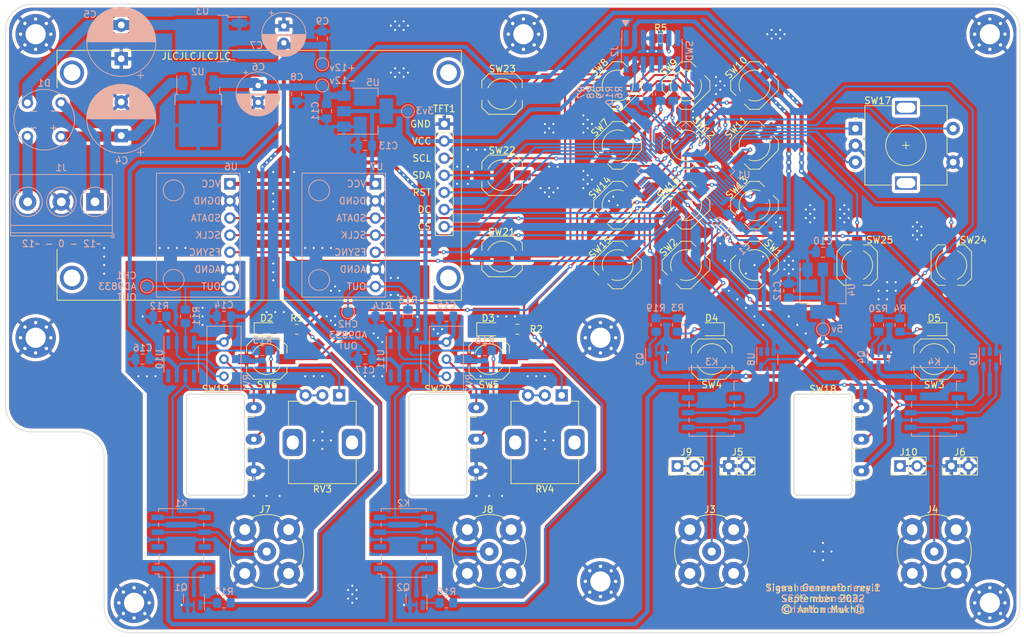
<source format=kicad_pcb>
(kicad_pcb (version 20211014) (generator pcbnew)

  (general
    (thickness 1.6)
  )

  (paper "A4")
  (layers
    (0 "F.Cu" signal)
    (31 "B.Cu" signal)
    (32 "B.Adhes" user "B.Adhesive")
    (33 "F.Adhes" user "F.Adhesive")
    (34 "B.Paste" user)
    (35 "F.Paste" user)
    (36 "B.SilkS" user "B.Silkscreen")
    (37 "F.SilkS" user "F.Silkscreen")
    (38 "B.Mask" user)
    (39 "F.Mask" user)
    (40 "Dwgs.User" user "User.Drawings")
    (41 "Cmts.User" user "User.Comments")
    (42 "Eco1.User" user "User.Eco1")
    (43 "Eco2.User" user "User.Eco2")
    (44 "Edge.Cuts" user)
    (45 "Margin" user)
    (46 "B.CrtYd" user "B.Courtyard")
    (47 "F.CrtYd" user "F.Courtyard")
    (48 "B.Fab" user)
    (49 "F.Fab" user)
    (50 "User.1" user)
    (51 "User.2" user)
    (52 "User.3" user)
    (53 "User.4" user)
    (54 "User.5" user)
    (55 "User.6" user)
    (56 "User.7" user)
    (57 "User.8" user)
    (58 "User.9" user)
  )

  (setup
    (stackup
      (layer "F.SilkS" (type "Top Silk Screen") (color "White"))
      (layer "F.Paste" (type "Top Solder Paste"))
      (layer "F.Mask" (type "Top Solder Mask") (color "Black") (thickness 0.01))
      (layer "F.Cu" (type "copper") (thickness 0.035))
      (layer "dielectric 1" (type "core") (thickness 1.51) (material "FR4") (epsilon_r 4.5) (loss_tangent 0.02))
      (layer "B.Cu" (type "copper") (thickness 0.035))
      (layer "B.Mask" (type "Bottom Solder Mask") (color "Black") (thickness 0.01))
      (layer "B.Paste" (type "Bottom Solder Paste"))
      (layer "B.SilkS" (type "Bottom Silk Screen") (color "White"))
      (copper_finish "HAL SnPb")
      (dielectric_constraints no)
    )
    (pad_to_mask_clearance 0)
    (pcbplotparams
      (layerselection 0x00010fc_ffffffff)
      (disableapertmacros false)
      (usegerberextensions true)
      (usegerberattributes false)
      (usegerberadvancedattributes false)
      (creategerberjobfile false)
      (svguseinch false)
      (svgprecision 6)
      (excludeedgelayer true)
      (plotframeref false)
      (viasonmask false)
      (mode 1)
      (useauxorigin false)
      (hpglpennumber 1)
      (hpglpenspeed 20)
      (hpglpendiameter 15.000000)
      (dxfpolygonmode true)
      (dxfimperialunits true)
      (dxfusepcbnewfont true)
      (psnegative false)
      (psa4output false)
      (plotreference true)
      (plotvalue false)
      (plotinvisibletext false)
      (sketchpadsonfab false)
      (subtractmaskfromsilk true)
      (outputformat 1)
      (mirror false)
      (drillshape 0)
      (scaleselection 1)
      (outputdirectory "gerbers/")
    )
  )

  (net 0 "")
  (net 1 "NRST")
  (net 2 "+3V3")
  (net 3 "Net-(C4-Pad1)")
  (net 4 "Net-(C5-Pad2)")
  (net 5 "+12V")
  (net 6 "-12V")
  (net 7 "+5V")
  (net 8 "Net-(D1-Pad3)")
  (net 9 "Net-(D1-Pad4)")
  (net 10 "Net-(D2-Pad2)")
  (net 11 "Net-(D5-Pad2)")
  (net 12 "unconnected-(J2-Pad1)")
  (net 13 "unconnected-(J2-Pad2)")
  (net 14 "Net-(J2-Pad4)")
  (net 15 "Net-(J2-Pad6)")
  (net 16 "unconnected-(J2-Pad8)")
  (net 17 "unconnected-(J2-Pad9)")
  (net 18 "unconnected-(J2-Pad10)")
  (net 19 "Net-(J2-Pad11)")
  (net 20 "Net-(J2-Pad12)")
  (net 21 "Net-(J2-Pad13)")
  (net 22 "Net-(J2-Pad14)")
  (net 23 "Net-(J3-Pad1)")
  (net 24 "Net-(J10-Pad1)")
  (net 25 "Net-(J7-Pad1)")
  (net 26 "Net-(J8-Pad1)")
  (net 27 "unconnected-(K1-Pad2)")
  (net 28 "Net-(K3-Pad3)")
  (net 29 "UART_RX")
  (net 30 "SWDIO")
  (net 31 "SWCLK")
  (net 32 "UART_TX")
  (net 33 "Net-(R11-Pad1)")
  (net 34 "Net-(R11-Pad2)")
  (net 35 "Net-(R12-Pad2)")
  (net 36 "Net-(R13-Pad1)")
  (net 37 "Net-(R13-Pad2)")
  (net 38 "Net-(R14-Pad2)")
  (net 39 "Net-(R15-Pad2)")
  (net 40 "Net-(R16-Pad2)")
  (net 41 "Net-(RV1-Pad2)")
  (net 42 "Net-(RV2-Pad2)")
  (net 43 "Net-(SW1-Pad2)")
  (net 44 "Net-(SW2-Pad2)")
  (net 45 "Net-(SW3-Pad2)")
  (net 46 "Net-(SW4-Pad2)")
  (net 47 "Net-(SW5-Pad2)")
  (net 48 "Net-(SW6-Pad2)")
  (net 49 "Net-(SW7-Pad2)")
  (net 50 "Net-(SW8-Pad2)")
  (net 51 "Net-(SW9-Pad2)")
  (net 52 "Net-(SW10-Pad2)")
  (net 53 "Net-(SW11-Pad2)")
  (net 54 "Net-(SW12-Pad2)")
  (net 55 "Net-(SW13-Pad2)")
  (net 56 "Net-(SW14-Pad2)")
  (net 57 "Net-(SW15-Pad2)")
  (net 58 "Net-(SW16-Pad2)")
  (net 59 "ENC_A")
  (net 60 "ENC_B")
  (net 61 "ENC_BTN")
  (net 62 "VD")
  (net 63 "TFT_SCL")
  (net 64 "TFT_SDA")
  (net 65 "TFT_RST")
  (net 66 "TFT_DC")
  (net 67 "TFT_CS")
  (net 68 "unconnected-(U1-Pad10)")
  (net 69 "unconnected-(U1-Pad11)")
  (net 70 "FSYNC1")
  (net 71 "SCLK")
  (net 72 "SDATA")
  (net 73 "FSYNC2")
  (net 74 "unconnected-(U1-Pad21)")
  (net 75 "unconnected-(U1-Pad22)")
  (net 76 "PWM1")
  (net 77 "PWM2")
  (net 78 "unconnected-(K1-Pad7)")
  (net 79 "Net-(K1-Pad8)")
  (net 80 "unconnected-(K2-Pad2)")
  (net 81 "Net-(K4-Pad3)")
  (net 82 "unconnected-(U1-Pad42)")
  (net 83 "unconnected-(U1-Pad43)")
  (net 84 "unconnected-(U1-Pad44)")
  (net 85 "unconnected-(U1-Pad47)")
  (net 86 "unconnected-(K2-Pad7)")
  (net 87 "Net-(K2-Pad8)")
  (net 88 "unconnected-(K3-Pad2)")
  (net 89 "unconnected-(U1-Pad62)")
  (net 90 "unconnected-(U1-Pad63)")
  (net 91 "unconnected-(U8-Pad1)")
  (net 92 "unconnected-(U9-Pad1)")
  (net 93 "unconnected-(U10-Pad1)")
  (net 94 "unconnected-(U10-Pad5)")
  (net 95 "unconnected-(U10-Pad8)")
  (net 96 "unconnected-(U11-Pad1)")
  (net 97 "unconnected-(U11-Pad5)")
  (net 98 "unconnected-(U11-Pad8)")
  (net 99 "GND")
  (net 100 "Net-(R1-Pad1)")
  (net 101 "unconnected-(K3-Pad7)")
  (net 102 "Net-(K3-Pad8)")
  (net 103 "unconnected-(K4-Pad2)")
  (net 104 "Net-(R18-Pad1)")
  (net 105 "unconnected-(K4-Pad7)")
  (net 106 "Net-(K4-Pad8)")
  (net 107 "CH1_EN")
  (net 108 "CH2_EN")
  (net 109 "PWM1_EN")
  (net 110 "PWM2_EN")
  (net 111 "Net-(R19-Pad1)")
  (net 112 "Net-(R20-Pad1)")
  (net 113 "Net-(SW21-Pad1)")
  (net 114 "Net-(SW22-Pad1)")
  (net 115 "Net-(SW23-Pad1)")
  (net 116 "unconnected-(U1-Pad27)")
  (net 117 "unconnected-(U1-Pad28)")
  (net 118 "Net-(SW24-Pad1)")
  (net 119 "Net-(SW25-Pad1)")
  (net 120 "Net-(D3-Pad2)")
  (net 121 "Net-(D4-Pad2)")
  (net 122 "unconnected-(U1-Pad29)")
  (net 123 "unconnected-(U1-Pad30)")
  (net 124 "unconnected-(U1-Pad31)")
  (net 125 "unconnected-(U1-Pad32)")
  (net 126 "Net-(K1-Pad4)")
  (net 127 "Net-(K2-Pad4)")

  (footprint "my_additions:SW_silent_SMD_6x6x5" (layer "F.Cu") (at 134.62 42.545 -135))

  (footprint "my_additions:SW_silent_SMD_6x6x5" (layer "F.Cu") (at 124.46 33.655 -135))

  (footprint "my_additions:SW_silent_SMD_6x6x5" (layer "F.Cu") (at 124.46 60.325 45))

  (footprint "MountingHole:MountingHole_3mm_Pad_Via" (layer "F.Cu") (at 169.545 110.49))

  (footprint "MountingHole:MountingHole_3mm_Pad_Via" (layer "F.Cu") (at 27.94 26.035))

  (footprint "my_additions:BNC-KE_22.5mm_long" (layer "F.Cu") (at 161.29 102.87))

  (footprint "my_additions:MTS-102_through_PCB" (layer "F.Cu") (at 54.61 86.995))

  (footprint "MountingHole:MountingHole_3mm_Pad_Via" (layer "F.Cu") (at 111.76 71.12))

  (footprint "LED_SMD:LED_0805_2012Metric_Pad1.15x1.40mm_HandSolder" (layer "F.Cu") (at 62.23 69.85))

  (footprint "Resistor_SMD:R_0805_2012Metric_Pad1.20x1.40mm_HandSolder" (layer "F.Cu") (at 120.65 26.67 180))

  (footprint "Connector_PinHeader_2.54mm:PinHeader_1x02_P2.54mm_Vertical" (layer "F.Cu") (at 163.83 90.17 90))

  (footprint "my_additions:SW_silent_SMD_6x6x5" (layer "F.Cu") (at 114.3 60.325 45))

  (footprint "my_additions:SW_silent_SMD_6x6x5" (layer "F.Cu") (at 134.62 51.435 45))

  (footprint "my_additions:BNC-KE_22.5mm_long" (layer "F.Cu") (at 62.23 102.87))

  (footprint "my_additions:SW_silent_SMD_6x6x5" (layer "F.Cu") (at 114.3 33.655 -135))

  (footprint "my_additions:SW_silent_SMD_6x6x5" (layer "F.Cu") (at 114.3 51.435 45))

  (footprint "Resistor_SMD:R_0805_2012Metric_Pad1.20x1.40mm_HandSolder" (layer "F.Cu") (at 99.425 69.85 180))

  (footprint "Potentiometer_THT:Potentiometer_Alps_RK09K_Single_Vertical" (layer "F.Cu") (at 72.985 79.675 -90))

  (footprint "my_additions:SW_silent_SMD_6x6x5" (layer "F.Cu") (at 124.46 51.435 45))

  (footprint "MountingHole:MountingHole_3mm_Pad_Via" (layer "F.Cu") (at 111.76 107.315))

  (footprint "Connector_PinHeader_2.54mm:PinHeader_1x02_P2.54mm_Vertical" (layer "F.Cu") (at 156.21 90.17 90))

  (footprint "my_additions:SW_silent_SMD_6x6x5" (layer "F.Cu") (at 134.62 33.655 -135))

  (footprint "LED_SMD:LED_0805_2012Metric_Pad1.15x1.40mm_HandSolder" (layer "F.Cu") (at 128.27 69.85 180))

  (footprint "my_additions:SW_silent_SMD_6x6x5" (layer "F.Cu") (at 62.23 74.295))

  (footprint "my_additions:SW_silent_SMD_6x6x5" (layer "F.Cu") (at 124.46 42.545 -45))

  (footprint "MountingHole:MountingHole_3mm_Pad_Via" (layer "F.Cu") (at 100.33 26.035))

  (footprint "Rotary_Encoder:RotaryEncoder_Alps_EC11E-Switch_Vertical_H20mm" (layer "F.Cu") (at 149.595 40.045))

  (footprint "MountingHole:MountingHole_3mm_Pad_Via" (layer "F.Cu") (at 42.545 110.49))

  (footprint "my_additions:SW_silent_SMD_6x6x5" (layer "F.Cu") (at 114.3 42.545 45))

  (footprint "my_additions:SW_silent_SMD_6x6x5" (layer "F.Cu") (at 97.155 46.99 180))

  (footprint "my_additions:BNC-KE_22.5mm_long" (layer "F.Cu") (at 128.27 102.87))

  (footprint "MountingHole:MountingHole_3mm_Pad_Via" (layer "F.Cu") (at 169.545 26.035))

  (footprint "Potentiometer_THT:Potentiometer_Alps_RK09K_Single_Vertical" (layer "F.Cu") (at 106.005 79.675 -90))

  (footprint "my_additions:SW_silent_SMD_6x6x5" (layer "F.Cu") (at 95.25 74.295))

  (footprint "Connector_PinHeader_2.54mm:PinHeader_1x02_P2.54mm_Vertical" (layer "F.Cu") (at 123.19 90.17 90))

  (footprint "my_additions:SW_silent_SMD_6x6x5" (layer "F.Cu") (at 161.29 74.295 180))

  (footprint "Resistor_SMD:R_0805_2012Metric_Pad1.20x1.40mm_HandSolder" (layer "F.Cu") (at 66.675 69.85 180))

  (footprint "my_additions:MTS-102_through_PCB" (layer "F.Cu") (at 144.78 86.995))

  (footprint "my_additions:SW_silent_SMD_6x6x5" (layer "F.Cu") (at 149.86 60.325 -90))

  (footprint "LED_SMD:LED_0805_2012Metric_Pad1.15x1.40mm_HandSolder" (layer "F.Cu") (at 161.29 69.85 180))

  (footprint "my_additions:MTS-102_through_PCB" (layer "F.Cu") (at 87.63 86.995))

  (footprint "my_additions:SW_silent_SMD_6x6x5" (layer "F.Cu") (at 163.83 60.325 -90))

  (footprint "MountingHole:MountingHole_3mm_Pad_Via" (layer "F.Cu") (at 27.94 71.12))

  (footprint "my_additions:TFT_GMT020-02_SPI" (layer "F.Cu") (at 88.575 46.99 180))

  (footprint "my_additions:SW_silent_SMD_6x6x5" (layer "F.Cu") (at 97.155 34.925 180))

  (footprint "my_additions:SW_silent_SMD_6x6x5" (layer "F.Cu") (at 128.27 74.295 180))

  (footprint "LED_SMD:LED_0805_2012Metric_Pad1.15x1.40mm_HandSolder" (layer "F.Cu") (at 95.25 69.85))

  (footprint "my_additions:BNC-KE_22.5mm_long" (layer "F.Cu") (at 95.25 102.87))

  (footprint "my_additions:SW_silent_SMD_6x6x5" (layer "F.Cu") (at 97.155 59.055 180))

  (footprint "my_additions:SW_silent_SMD_6x6x5" (layer "F.Cu") (at 134.62 60.325 135))

  (footprint "Connector_PinHeader_2.54mm:PinHeader_1x02_P2.54mm_Vertical" (layer "F.Cu") (at 130.81 90.17 90))

  (footprint "Package_TO_SOT_SMD:TO-252-2" (layer "B.Cu") (at 53.975 26.67 180))

  (footprint "my_additions:CP_Radial_D10.0mm_H21.0mm_P5.00mm" (layer "B.Cu")
    (tedit 5AE50EF1) (tstamp 059e2124-99b5-4c1e-a513-bf748860a703)
    (at 40.64 41.102677 90)
    (descr "CP, Radial series, Radial, pin pitch=5.00mm, , diameter=10mm, Electrolytic Capacitor")
    (tags "CP Radial series Radial pin pitch 5.00mm  diameter 10mm Electrolytic Capacitor")
    (property "Sheetfile" "SigGen.kicad_sch")
    (property "Sheetname" "")
    (path "/d2b6aec8-22e2-4f91-a3ae-3182b512d30d")
    (attr through_hole)
    (fp_text reference "C4" (at -3.697323 0.06 180) (layer "B.SilkS")
      (effects (font (size 1 1) (thickness 0.15)) (justify mirror))
      (tstamp db9e16ab-a712-4757-a2eb-9815fb6dd589)
    )
    (fp_text value "1000u" (at 2.5 -6.25 90) (layer "B.Fab")
      (effects (font (size 1 1) (thickness 0.15)) (justify mirror))
      (tstamp bcfb49bb-fd46-4220-b4bd-a39e4350543c)
    )
    (fp_text user "${REFERENCE}" (at 2.5 0 90) (layer "B.Fab")
      (effects (font (size 1 1) (thickness 0.15)) (justify mirror))
      (tstamp 968b2040-c1ce-4758-b2ac-b14451b0f88f)
    )
    (fp_line (start 4.701 -1.241) (end 4.701 -4.584) (layer "B.SilkS") (width 0.12) (tstamp 01afdaca-26ce-47cd-b6d1-e8d7d7830e4d))
    (fp_line (start 5.381 -1.241) (end 5.381 -4.194) (layer "B.SilkS") (width 0.12) (tstamp 0397c7a0-b8e0-48d2-89ef-48091b5853de))
    (fp_line (start 4.381 -1.241) (end 4.381 -4.723) (layer "B.SilkS") (width 0.12) (tstamp 043a9a95-a3f1-4c7f-a397-bb3cf83d8096))
    (fp_line (start 5.901 -1.241) (end 5.901 -3.789) (layer "B.SilkS") (width 0.12) (tstamp 05f3b6b0-7d64-43c6-9def-4a5d044cd7a9))
    (fp_line (start 6.701 2.889) (end 6.701 -2.889) (layer "B.SilkS") (width 0.12) (tstamp 06f26556-096e-43fa-9acb-94b162fc90bc))
    (fp_line (start 5.341 -1.241) (end 5.341 -4.221) (layer "B.SilkS") (width 0.12) (tstamp 06ffa99f-851d-4f2b-a7f4-27bcf9bd861f))
    (fp_line (start 5.821 -1.241) (end 5.821 -3.858) (layer "B.SilkS") (width 0.12) (tstamp 078930bd-4b35-4f99-9863-adaac22d0cd0))
    (fp_line (start 4.141 4.811) (end 4.141 1.241) (layer "B.SilkS") (width 0.12) (tstamp 07c7dfae-204c-4ddd-956a-529941ed4dcc))
    (fp_line (start 5.821 3.858) (end 5.821 1.241) (layer "B.SilkS") (width 0.12) (tstamp 088eae85-bbfd-4459-ac5f-dbc3a38b0d70))
    (fp_line (start 5.021 4.417) (end 5.021 1.241) (layer "B.SilkS") (width 0.12) (tstamp 092ac73f-8e55-49b7-9a78-58bc7c43bf1f))
    (fp_line (start 4.261 -1.241) (end 4.261 -4.768) (layer "B.SilkS") (width 0.12) (tstamp 0a29b0b2-79ad-46fe-84ef-ddccbdc010dd))
    (fp_line (start 6.101 -1.241) (end 6.101 -3.601) (layer "B.SilkS") (width 0.12) (tstamp 0a7e06a5-6ec4-4777-9ae2-1051274e3094))
    (fp_line (start 5.741 3.925) (end 5.741 1.241) (layer "B.SilkS") (width 0.12) (tstamp 0ad3a2a8-3919-4e17-a27b-6d61730e1874))
    (fp_line (start 5.941 -1.241) (end 5.941 -3.753) (layer "B.SilkS") (width 0.12) (tstamp 0b14905d-8d7d-4ea7-9a26-5a0f6e142514))
    (fp_line (start 3.541 4.974) (end 3.541 -4.974) (layer "B.SilkS") (width 0.12) (tstamp 0c40b520-1ce0-4de7-b627-61caad83b19a))
    (fp_line (start 5.581 4.05) (end 5.581 1.241) (layer "B.SilkS") (width 0.12) (tstamp 0e6ce7e5-d994-40e1-822b-24886feeafb7))
    (fp_line (start 5.101 -1.241) (end 5.101 -4.371) (layer "B.SilkS") (width 0.12) (tstamp 0e758ebc-dea6-4057-941b-08682c44973c))
    (fp_line (start 6.101 3.601) (end 6.101 1.241) (layer "B.SilkS") (width 0.12) (tstamp 10530491-03d5-4592-9599-8f1a25638e0a))
    (fp_line (start 5.661 3.989) (end 5.661 1.241) (layer "B.SilkS") (width 0.12) (tstamp 111ee4ab-28ad-4cc0-bb68-afaf1fa77ff2))
    (fp_line (start 3.18 5.035) (end 3.18 -5.035) (layer "B.SilkS") (width 0.12) (tstamp 111fd64f-c493-43d6-975a-4f349ad13976))
    (fp_line (start 5.941 3.753) (end 5.941 1.241) (layer "B.SilkS") (width 0.12) (tstamp 135af1e8-3deb-4084-b37b-18df1993abbb))
    (fp_line (start 4.941 4.462) (end 4.941 1.241) (layer "B.SilkS") (width 0.12) (tstamp 13ed2b22-0f52-4429-b084-e4b4d566edec))
    (fp_line (start 2.82 5.07) (end 2.82 -5.07) (layer "B.SilkS") (width 0.12) (tstamp 17eb3629-25a0-43af-bb4b-a28c845b372f))
    (fp_line (start 4.461 -1.241) (end 4.461 -4.69) (layer "B.SilkS") (width 0.12) (tstamp 17ef721a-915a-41bc-9af7-3a05fae8a491))
    (fp_line (start 4.741 4.564) (end 4.741 1.241) (layer "B.SilkS") (width 0.12) (tstamp 18996989-b157-4c9c-80e8-91a82377f785))
    (fp_line (start 4.501 -1.241) (end 4.501 -4.674) (layer "B.SilkS") (width 0.12) (tstamp 18a4f5e2-a6c1-4cfc-8a17-1fd3fd6e0fc0))
    (fp_line (start 3.941 4.874) (end 3.941 1.241) (layer "B.SilkS") (width 0.12) (tstamp 18f6dc1d-5398-4edd-9e2e-737692c0d03c))
    (fp_line (start 6.301 3.392) (end 6.301 -3.392) (layer "B.SilkS") (width 0.12) (tstamp 1f31dc85-1a39-4b06-ab1a-0bc8483bfe5c))
    (fp_line (start 6.141 3.561) (end 6.141 1.241) (layer "B.SilkS") (width 0.12) (tstamp 200974cd-8086-48cc-b676-c751ecaff557))
    (fp_line (start 3.06 5.05) (end 3.06 -5.05) (layer "B.SilkS") (width 0.12) (tstamp 201fe6ed-5473-4f7f-976b-1c2c4cf8448b))
    (fp_line (start 4.821 -1.241) (end 4.821 -4.525) (layer "B.SilkS") (width 0.12) (tstamp 23420b2d-f6bb-4acd-8029-4507c68448d0))
    (fp_line (start 6.021 3.679) (end 6.021 1.241) (layer "B.SilkS") (width 0.12) (tstamp 23840e9f-fe81-44de-bcf8-08e969bfda3e))
    (fp_line (start 6.941 2.51) (end 6.941 -2.51) (layer "B.SilkS") (width 0.12) (tstamp 265f67d3-b42f-4db7-b434-e24dc569db41))
    (fp_line (start 7.101 2.209) (end 7.101 -2.209) (layer "B.SilkS") (width 0.12) (tstamp 26aa6931-f5d5-42f8-bdc8-c2dfa4fe8b7b))
    (fp_line (start 5.141 -1.241) (end 5.141 -4.347) (layer "B.SilkS") (width 0.12) (tstamp 290dd6ef-3c6f-4272-b132-9ee6da0c8d5b))
    (fp_line (start 3.701 4.938) (end 3.701 -4.938) (layer "B.SilkS") (width 0.12) (tstamp 2aa38922-821b-42d2-86cc-72edfabe9006))
    (fp_line (start 2.58 5.08) (end 2.58 -5.08) (layer "B.SilkS") (width 0.12) (tstamp 2c62897d-4f9b-48ff-ab84-95a6b6615e03))
    (fp_line (start 5.861 -1.241) (end 5.861 -3.824) (layer "B.SilkS") (width 0.12) (tstamp 30823149-501a-4708-a129-569b3fc3ddc7))
    (fp_line (start 4.021 -1.241) (end 4.021 -4.85) (layer "B.SilkS") (width 0.12) (tstamp 318d1b72-0aee-4fd8-a6b7-be923f9e3ea4))
    (fp_line (start 3.821 -1.241) (end 3.821 -4.907) (layer "B.SilkS") (width 0.12) (tstamp 31cf2907-7239-4338-b726-3eaf2151edc5))
    (fp_line (start 4.381 4.723) (end 4.381 1.241) (layer "B.SilkS") (width 0.12) (tstamp 3586675d-77f5-42c8-93a0-320b1fdf3776))
    (fp_line (start 2.66 5.078) (end 2.66 -5.078) (layer "B.SilkS") (width 0.12) (tstamp 37437aa8-cf27-44a5-9bbc-ce6a5530b762))
    (fp_line (start 2.5 5.08) (end 2.5 -5.08) (layer "B.SilkS") (width 0.12) (tstamp 3752b607-eb12-4e5c-855f-8485a6274256))
    (fp_line (start 6.021 -1.241) (end 6.021 -3.679) (layer "B.SilkS") (width 0.12) (tstamp 3758ba50-696a-4bf1-aff7-96e683072ac5))
    (fp_line (start 3.461 4.99) (end 3.461 -4.99) (layer "B.SilkS") (width 0.12) (tstamp 3c7a6c00-2cd8-448b-86b9-3e44e32ce6a1))
    (fp_line (start 4.661 -1.241) (end 4.661 -4.603) (layer "B.SilkS") (width 0.12) (tstamp 40b6b3e8-ef73-4814-9014-b64a9bd24c1c))
    (fp_line (start 2.98 5.058) (end 2.98 -5.058) (layer "B.SilkS") (width 0.12) (tstamp 41712cbc-c4d9-4d89-a944-efd90cdfd472))
    (fp_line (start 3.301 5.018) (end 3.301 -5.018) (layer "B.SilkS") (width 0.12) (tstamp 423f45cd-bbd3-4a4d-ace8-a02ded21dcb6))
    (fp_line (start 3.901 4.885) (end 3.901 1.241) (layer "B.SilkS") (width 0.12) (tstamp 43c9fe6e-8dc8-4b3a-80d8-d549e8c097cc))
    (fp_line (start 7.141 2.125) (end 7.141 -2.125) (layer "B.SilkS") (width 0.12) (tstamp 440ac1b8-9357-401e-9893-e861a2bbae34))
    (fp_line (start 2.94 5.062) (end 2.94 -5.062) (layer "B.SilkS") (width 0.12) (tstamp 44dd728e-abce-4ff8-9c99-ed251ffd8b60))
    (fp_line (start 3.981 -1.241) (end 3.981 -4.862) (layer "B.SilkS") (width 0.12) (tstamp 45b5f524-ca0d-402e-aad7-e3836a66547f))
    (fp_line (start 6.221 -1.241) (end 6.221 -3.478) (layer "B.SilkS") (width 0.12) (tstamp 4656e0c8-9ce3-4a6a-9862-b0c1388c00a7))
    (fp_line (start 3.981 4.862) (end 3.981 1.241) (layer "B.SilkS") (width 0.12) (tstamp 488bdbb6-a615-43f4-a7fe-586277e10f88))
    (fp_line (start 7.501 1.062) (end 7.501 -1.062) (layer "B.SilkS") (width 0.12) (tstamp 4a7e5658-9622-4bd9-9b4a-80501aa7a7ed))
    (fp_line (start 4.221 -1.241) (end 4.221 -4.783) (layer "B.SilkS") (width 0.12) (tstamp 4ac63334-0aa6-404c-aad6-a66b2c40905c))
    (fp_line (start 4.301 -1.241) (end 4.301 -4.754) (layer "B.SilkS") (width 0.12) (tstamp 4b29812e-931f-415a-8417-c139abc1c143))
    (fp_line (start 6.141 -1.241) (end 6.141 -3.561) (layer "B.SilkS") (width 0.12) (tstamp 4bfd1095-32f5-4321-90e9-2a2d118a5e93))
    (fp_line (start 5.061 4.395) (end 5.061 1.241) (layer "B.SilkS") (width 0.12) (tstamp 505f6cb4-f88f-43ec-9c73-7e1e4a6c5496))
    (fp_line (start 3.901 -1.241) (end 3.901 -4.885) (layer "B.SilkS") (width 0.12) (tstamp 50de96d5-4432-4a31-befa-84d4f26313af))
    (fp_line (start 4.901 4.483) (end 4.901 1.241) (layer "B.SilkS") (width 0.12) (tstamp 51a7814b-8a0f-4c42-aa8e-23d5bf1307a2))
    (fp_line (start 4.141 -1.241) (end 4.141 -4.811) (layer "B.SilkS") (width 0.12) (tstamp 56e9a705-6bc2-41eb-88d6-55e8ed1af7be))
    (fp_line (start 3.421 4.997) (end 3.421 -4.997) (layer "B.SilkS") (width 0.12) (tstamp 588ab758-c830-4f37-acd0-c0f5f1978438))
    (fp_line (start 5.421 4.166) (end 5.421 1.241) (layer "B.SilkS") (width 0.12) (tstamp 59bbf540-fedb-4b1b-ba47-cdab7b956b5c))
    (fp_line (start 6.861 2.645) (end 6.861 -2.645) (layer "B.SilkS") (width 0.12) (tstamp 5a5bc55b-db39-43f9-8268-2d4fc7de94cb))
    (fp_line (start 7.021 2.365) (end 7.021 -2.365) (layer "B.SilkS") (width 0.12) (tstamp 5a6815df-1435-48d5-8f5c-70790c6344cd))
    (fp_line (start 4.741 -1.241) (end 4.741 -4.564) (layer "B.SilkS") (width 0.12) (tstamp 5c542cc9-18b2-47d7-8e60-cb8dbaeea657))
    (fp_line (start 3.1 5.045) (end 3.1 -5.045) (layer "B.SilkS") (width 0.12) (tstamp 5cb62ad9-0ce1-4e4f-a16e-201fd7e9a67d))
    (fp_line (start 3.341 5.011) (end 3.341 -5.011) (layer "B.SilkS") (width 0.12) (tstamp 5d20d7e5-1914-416b-b8b4-ef82c1fad03a))
    (fp_line (start 4.581 -1.241) (end 4.581 -4.639) (layer "B.SilkS") (width 0.12) (tstamp 5dcf391f-4668-49cc-b1ed-2348d1c3947d))
    (fp_line (start 2.74 5.075) (end 2.74 -5.075) (layer "B.SilkS") (width 0.12) (tstamp 5f268554-c1a4-4135-a603-1809c1ee8f9a))
    (fp_line (start 5.701 -1.241) (end 5.701 -3.957) (layer "B.SilkS") (width 0.12) (tstamp 6094c45e-c58c-4564-9a7d-3745719c80b9))
    (fp_line (start -2.979646 2.875) (end -1.979646 2.875) (layer "B.SilkS") (width 0.12) (tstamp 60e12436-b678-45f9-b54f-dae19cff8848))
    (fp_line (start 4.301 4.754) (end 4.301 1.241) (layer "B.SilkS") (width 0.12) (tstamp 614b0ac4-ab95-4e5a-a3c3-d1bd109f9ff8))
    (fp_line (start 2.62 5.079) (end 2.62 -5.079) (layer "B.SilkS") (width 0.12) (tstamp 615d09ad-73df-44ef-a7e1-0ac7aafd9bab))
    (fp_line (start 5.221 -1.241) (end 5.221 -4.298) (layer "B.SilkS") (width 0.12) (tstamp 6543ec49-8fd6-4482-a1ec-34191b57570e))
    (fp_line (start 4.861 -1.241) (end 4.861 -4.504) (layer "B.SilkS") (width 0.12) (tstamp 67078f82-bb18-4382-a084-965ab38a0cea))
    (fp_line (start 6.181 3.52) (end 6.181 1.241) (layer "B.SilkS") (width 0.12) (tstamp 6765176a-cca8-4d7f-8d14-283cc6cfa3ba))
    (fp_line (start 6.381 3.301) (end 6.381 -3.301) (layer "B.SilkS") (width 0.12) (tstamp 67fcaef4-21a7-4504-b70b-1ebd5e4e7c7f))
    (fp_line (start 7.421 1.378) (end 7.421 -1.378) (layer "B.SilkS") (width 0.12) (tstamp 69cf2e02-b079-4e8c-b157-d33833fcbd45))
    (fp_line (start 3.781 4.918) (end 3.781 1.241) (layer "B.SilkS") (width 0.12) (tstamp 6a322223-dc65-428f-8560-ed4c92d402d2))
    (fp_line (start 4.621 -1.241) (end 4.621 -4.621) (layer "B.SilkS") (width 0.12) (tstamp 6dcee521-6e1c-4bc4-9b67-33d1df47cef2))
    (fp_line (start 3.741 4.928) (end 3.741 -4.928) (layer "B.SilkS") (width 0.12) (tstamp 70982732-edea-48c8-bf2c-132b63da5f0f))
    (fp_line (start 6.501 3.156) (end 6.501 -3.156) (layer "B.SilkS") (width 0.12) (tstamp 718f4c5d-f318-44fa-afba-dbb8fa484a26))
    (fp_line (start 5.741 -1.241) (end 5.741 -3.925) (layer "B.SilkS") (width 0.12) (tstamp 75d5e8ef-af24-49be-970e-5af0b0b72458))
    (fp_line (start 2.7 5.077) (end 2.7 -5.077) (layer "B.SilkS") (width 0.12) (tstamp 7607d079-309f-4b56-b11d-dd7d754a37ab))
    (fp_line (start 5.781 3.892) (end 5.781 1.241) (layer "B.SilkS") (width 0.12) (tstamp 76f03121-70c1-4016-8b52-e525bce5a83b))
    (fp_line (start 5.421 -1.241) (end 5.421 -4.166) (layer "B.SilkS") (width 0.12) (tstamp 77c86817-14a4-4327-a73d-5707c4b67da8))
    (fp_line (start 6.061 3.64) (end 6.061 1.241) (layer "B.SilkS") (width 0.12) (tstamp 77d62e7a-cef5-4151-8f2a-d610f807c71a))
    (fp_line (start 5.221 4.298) (end 5.221 1.241) (layer "B.SilkS") (width 0.12) (tstamp 78a35b97-54e0-4281-8cae-bc23495df975))
    (fp_line (start 2.86 5.068) (end 2.86 -5.068) (layer "B.SilkS") (width 0.12) (tstamp 78c51cae-5b7a-4f07-815f-c834a2274a57))
    (fp_line (start 6.581 3.054) (end 6.581 -3.054) (layer "B.SilkS") (width 0.12) (tstamp 78d61ea9-2e85-4430-aff4-0e7cf888f03c))
    (fp_line (start 6.541 3.106) (end 6.541 -3.106) (layer "B.SilkS") (width 0.12) (tstamp 79a84da2-64c6-44e9-b96b-2fea54b66294))
    (fp_line (start 7.301 1.742) (end 7.301 -1.742) (layer "B.SilkS") (width 0.12) (tstamp 7abcafdc-0b15-4f66-be84-f986e9424365))
    (fp_line (start 5.261 -1.241) (end 5.261 -4.273) (layer "B.SilkS") (width 0.12) (tstamp 7c8d3588-2bea-48a5-8f76-c093a4ee3729))
    (fp_line (start 5.981 -1.241) (end 5.981 -3.716) (layer "B.SilkS") (width 0.12) (tstamp 7cb4877a-c208-48fb-8bb2-6dceab8c0801))
    (fp_line (start 3.221 5.03) (end 3.221 -5.03) (layer "B.SilkS") (width 0.12) (tstamp 7cc6968b-9517-4e99-9732-504a9269fd35))
    (fp_line (start 4.781 4.545) (end 4.781 1.241) (layer "B.SilkS") (width 0.12) (tstamp 7ece24fc-6229-4ccd-ae58-04c6afac96d5))
    (fp_line (start 6.221 3.478) (end 6.221 1.241) (layer "B.SilkS") (width 0.12) (tstamp 7fccf514-882d-4cf8-b998-4598913b8da3))
    (fp_line (start 7.061 2.289) (end 7.061 -2.289) (layer "B.SilkS") (width 0.12) (tstamp 81e2359f-1356-4486-847c-e73b424f6a83))
    (fp_line (start 4.021 4.85) (end 4.021 1.241) (layer "B.SilkS") (width 0.12) (tstamp 823bca20-cd15-4cd8-b565-4035da2b7b8d))
    (fp_line (start 4.981 4.44) (end 4.981 1.241) (layer "B.SilkS") (width 0.12) (tstamp 85b8d224-e034-46c6-8a99-8022a20d1af6))
    (fp_line (start 3.381 5.004) (end 3.381 -5.004) (layer "B.SilkS") (width 0.12) (tstamp 87036eab-ba57-4d34-a70d-830c7ce1dcfc))
    (fp_line (start 3.781 -1.241) (end 3.781 -4.918) (layer "B.SilkS") (width 0.12) (tstamp 87422740-6fcc-439e-9555-f77fb1d855fe))
    (fp_line (start 6.061 -1.241) (end 6.061 -3.64) (layer "B.SilkS") (width 0.12) (tstamp 88318a45-618a-4f4f-b7cf-4b0bd1f5646a))
    (fp_line (start 7.341 1.63) (end 7.341 -1.63) (layer "B.SilkS") (width 0.12) (tstamp 88361374-c63e-476e-b6fd-3fa2c136a1bf))
    (fp_line (start 4.101 4.824) (end 4.101 1.241) (layer "B.SilkS") (width 0.12) (tstamp 8a0a41c4-2184-48cc-abee-e6c4143f1a43))
    (fp_line (start 4.261 4.768) (end 4.261 1.241) (layer "B.SilkS") (width 0.12) (tstamp 8ae692f9-ef5c-4644-9b34-e98ca034afc3))
    (fp_line (start 4.181 -1.241) (end 4.181 -4.797) (layer "B.SilkS") (width 0.12) (tstamp 8c34e58f-5ff6-491f-a42f-d00cc50275db))
    (fp_line (start 5.661 -1.241) (end 5.661 -3.989) (layer "B.SilkS") (width 0.12) (tstamp 8ef105f0-c9d7-45f2-b51c-7ee10dd38c29))
    (fp_line (start 4.421 -1.241) (end 4.421 -4.707) (layer "B.SilkS") (width 0.12) (tstamp 901ea805-dc16-47d3-80e3-bf085fc77094))
    (fp_line (start 5.181 -1.241) (end 5.181 -4.323) (layer "B.SilkS") (width 0.12) (tstamp 912304ab-d1bb-4570-acb7-dfa9df504710))
    (fp_line (start 4.941 -1.241) (end 4.941 -4.462) (layer "B.SilkS") (width 0.12) (tstamp 93161d36-1745-4f8f-99c6-d0b72f8744f6))
    (fp_line (start 6.621 3) (end 6.621 -3) (layer "B.SilkS") (width 0.12) (tstamp 96ffadb4-c69b-423a-a9ea-2a09f2decf70))
    (fp_line (start 4.901 -1.241) (end 4.901 -4.483) (layer "B.SilkS") (width 0.12) (tstamp 981efcc5-1287-44b3-8984-fc68f6f51487))
    (fp_line (start 3.261 5.024) (end 3.261 -5.024) (layer "B.SilkS") (width 0.12) (tstamp 99cff81d-8176-4a13-9aef-4b6e69e8a589))
    (fp_line (start 3.621 4.956) (end 3.621 -4.956) (layer "B.SilkS") (width 0.12) (tstamp 9b3dd253-79f1-40fc-b384-f177cd3e4b7f))
    (fp_line (start 7.221 1.944) (end 7.221 -1.944) (layer "B.SilkS") (width 0.12) (tstamp 9bf924f3-667b-411c-b4f9-0abbe2537376))
    (fp_line (start 5.581 -1.241) (end 5.581 -4.05) (layer "B.SilkS") (width 0.12) (tstamp 9dd8f342-6067-46cc-88fd-60659a59d8ea))
    (fp_line (start 5.261 4.273) (end 5.261 1.241) (layer "B.SilkS") (width 0.12) (tstamp 9e70df61-9af4-4e39-9800-82e392302e9d))
    (fp_line (start 5.621 4.02) (end 5.621 1.241) (layer "B.SilkS") (width 0.12) (tstamp a088806f-6700-417e-bc7c-12cec71923db))
    (fp_line (start 4.181 4.797) (end 4.181 1.241) (layer "B.SilkS") (width 0.12) (tstamp a08aaf37-2a2e-401d-ac41-57c777357a0e))
    (fp_line (start 6.901 2.579) (end 6.901 -2.579) (layer "B.SilkS") (width 0.12) (tstamp a21d2f7a-34b1-46df-9052-5a80fec54a66))
    (fp_line (start 6.821 2.709) (end 6.821 -2.709) (layer "B.SilkS") (width 0.12) (tstamp a2601558-4559-4170-b070-7a02bf5c8fee))
    (fp_line (start 3.821 4.907) (end 3.821 1.241) (layer "B.SilkS") (width 0.12) (tstamp a56d4045-87c9-4ba2-ab5e-81987b666e03))
    (fp_line (start 4.221 4.783) (end 4.221 1.241) (layer "B.SilkS") (width 0.12) (tstamp a7286421-1ac6-4515-adb4-9955e7f464eb))
    (fp_line (start 6.981 2.439) (end 6.981 -2.439) (layer "B.SilkS") (width 0.12) (tstamp a803e444-57be-4fb7-b849-b60f24c03364))
    (fp_line (start 4.541 4.657) (end 4.541 1.241) (layer "B.SilkS") (width 0.12) (tstamp ad1ede66-6705-42fb-ba5b-57019b792248))
    (fp_line (start 7.461 1.23) (end 7.461 -1.23) (layer "B.SilkS") (width 0.12) (tstamp adb6b527-6e1c-4f8f-a487-b6677d5eb230))
    (fp_line (start 4.341 -1.241) (end 4.341 -4.738) (layer "B.SilkS") (width 0.12) (tstamp ae565815-e632-4792-8033-962b7f3a9270))
    (fp_line (start 2.78 5.073) (end 2.78 -5.073) (layer "B.SilkS") (width 0.12) (tstamp af01bd61-61b6-4a84-af7c-008c6013bb17))
    (fp_line (start 6.661 2.945) (end 6.661 -2.945) (layer "B.SilkS") (width 0.12) (tstamp b203eeba-1ca2-473f-bcd9-02f082ca6142))
    (fp_line (start 5.101 4.371) (end 5.101 1.241) (layer "B.SilkS") (width 0.12) (tstamp b20a5011-7ba0-4466-92f6-4df47f556b68))
    (fp_line (start 5.461 -1.241) (end 5.461 -4.138) (layer "B.SilkS") (width 0.12) (tstamp b4e5bf43-9d59-4bc3-91a5-01936e0db2ea))
    (fp_line (start 4.341 4.738) (end 4.341 1.241) (layer "B.SilkS") (width 0.12) (tstamp b54b1320-7a9a-415f-9f3f-9bed1b7dc6ea))
    (fp_line (start 4.781 -1.241) (end 4.781 -4.545) (layer "B.SilkS") (width 0.12) (tstamp b5ec506d-9f0d-46e8-a745-9eafd1fcc0b5))
    (fp_line (start 3.14 5.04) (end 3.14 -5.04) (layer "B.SilkS") (width 0.12) (tstamp b6ec7055-4ef8-4b85-84cc-d0d8384fb5b1))
    (fp_line (start 5.021 -1.241) (end 5.021 -4.417) (layer "B.SilkS") (width 0.12) (tstamp b7511c05-84fa-4ae5-a86a-d61e20042542))
    (fp_line (start 5.181 4.323) (end 5.181 1.241) (layer "B.SilkS") (width 0.12) (tstamp ba025de3-cf0a-4ecd-a5cf-f0bcee38b17c))
    (fp_line (start 6.781 2.77) (end 6.781 -2.77) (layer "B.SilkS") (width 0.12) (tstamp baf6c720-88d9-42d9-8a11-ba32e61fe64e))
    (fp_line (start 2.54 5.08) (end 2.54 -5.08) (layer "B.SilkS") (width 0.12) (tstamp c1c3bf49-20ee-4c2c-a563-5abaee5a29f7))
    (fp_line (start 5.301 -1.241) (end 5.301 -4.247) (layer "B.SilkS") (width 0.12) (tstamp c4105bbc-9dc3-408d-aeea-d095b635ba72))
    (fp_line (start 5.781 -1.241) (end 5.781 -3.892) (layer "B.SilkS") (width 0.12) (tstamp c573fcce-618c-48c7-b560-9ff31cd1c743))
    (fp_line (start 7.261 1.846) (end 7.261 -1.846) (layer "B.SilkS") (width 0.12) (tstamp c66f16af-daa0-44eb-9050-f195dff9ceee))
    (fp_line (start 5.301 4.247) (end 5.301 1.241) (layer "B.SilkS") (width 0.12) (tstamp c9f88afc-c3c7-42f3-96e6-7e1f81426275))
    (fp_line (start 4.061 -1.241) (end 4.061 -4.837) (layer "B.SilkS") (width 0.12) (tstamp ca53407e-9021-45c0-a4a8-abca5459ded6))
    (fp_line (start 4.701 4.584) (end 4.701 1.241) (layer "B.SilkS") (width 0.12) (tstamp ca891e3c-c5ab-48a9-b8d1-715cb9c3ef8e))
    (fp_line (start 4.821 4.525) (end 4.821 1.241) (layer "B.SilkS") (width 0.12) (tstamp ca9ea17c-e336-40ea-b994-110fb85ef886))
    (fp_line (start 3.941 -1.241) (end 3.941 -4.874) (layer "B.SilkS") (width 0.12) (tstamp cb682896-e6c8-454e-8a9f-351c3c7baea2))
    (fp_line (start 6.741 2.83) (end 6.741 -2.83) (layer "B.SilkS") (width 0.12) (tstamp cc72b133-ca9e-47cb-9967-adda288f7888))
    (fp_line (start 4.101 -1.241) (end 4.101 -4.824) (layer "B.SilkS") (width 0.12) (tstamp d1a86d1a-8282-4bed-b1a4-7f8e62205245))
    (fp_line (start -2.479646 3.375) (end -2.479646 2.375) (layer "B.SilkS") (width 0.12) (tstamp d4331286-7f7b-4ed8-9ab7-f7a5c5042c9f))
    (fp_line (start 6.181 -1.241) (end 6.181 -3.52) (layer "B.SilkS") (width 0.12) (tstamp d6f63f89-448d-43d0-a5a5-e1a2c5d5f9ce))
    (fp_line (start 3.861 -1.241) (end 3.861 -4.897) (layer "B.SilkS") (width 0.12) (tstamp d8e90063-c969-43ba-9711-b183c7b50c90))
    (fp_line (start 3.501 4.982) (end 3.501 -4.982) (layer "B.SilkS") (width 0.12) (tstamp db15d814-2ab7-4a8f-8063-2dd82e69135a))
    (fp_line (start 6.261 3.436) (end 6.261 -3.436) (layer "B.SilkS") (width 0.12) (tstamp db612733-6cdc-478e-8e1e-a02c001baa22))
    (fp_line (start 5.501 4.11) (end 5.501 1.241) (layer "B.SilkS") (width 0.12) (tstamp dc3ba1cd-7ca3-45a1-b56f-3c01a2a56be5))
    (fp_line (start 6.461 3.206) (end 6.461 -3.206) (layer "B.SilkS") (width 0.12) (tstamp e0408082-3775-4050-82f1-41f5527fc234))
    (fp_line (start 5.381 4.194) (end 5.381 1.241) (layer "B.SilkS") (width 0.12) (tstamp e0b747a7-6f07-492f-b253-ffcafe5701ad))
    (fp_line (start 4.581 4.639) (end 4.581 1.241) (layer "B.SilkS") (width 0.12) (tstamp e1315a01-25bf-4e72-92b4-3e1a915409bf))
    (fp_line (start 7.381 1.51) (end 7.381 -1.51) (layer "B.SilkS") (width 0.12) (tstamp e27b1e95-5486-4841-ac77-f6147dcf30c6))
    (fp_line (start 5.541 -1.241) (end 5.541 -4.08) (layer "B.SilkS") (width 0.12) (tstamp e31b67c2-b3ac-402d-a143-160a2f416d63))
    (fp_line (start 4.541 -1.241) (end 4.541 -4.657) (layer "B.SilkS") (width 0.12) (tstamp e335ccfe-78bf-4159-a844-b18fed231f98))
    (fp_line (start 5.541 4.08) (end 5.541 1.241) (layer "B.SilkS") (width 0.12) (tstamp e3568c30-f53d-4cef-8256-057a12048e3c))
    (fp_line (start 3.861 4.897) (end 3.861 1.241) (layer "B.SilkS") (width 0.12) (tstamp e3a0f99a-6edb-41b3-b764-34eb6ed944c9))
    (fp_line (start 7.541 0.862) (end 7.541 -0.862) (layer "B.SilkS") (width 0.12) (tstamp e3e9cde3-b937-4cd8-9391-b3a27d4cc48a))
    (fp_line (start 5.341 4.221) (end 5.341 1.241) (layer "B.SilkS") (width 0.12) (tstamp e41d6e39-eb10-4b1c-9b7d-45f869efafa7))
    (fp_line (start 7.181 2.037) (end 7.181 -2.037) (layer "B.SilkS") (width 0.12) (tstamp e51686bf-b9cb-4c0a-b1a8-5aed0914737d))
    (fp_line (start 4.061 4.837) (end 4.061 1.241) (layer "B.SilkS") (width 0.12) (tstamp e641ea45-c905-40e7-8827-ea0f90e5722b))
    (fp_line (start 4.981 -1.241) (end 4.981 -4.44) (layer "B.SilkS") (width 0.12) (tstamp e839afd6-a4bd-414d-95cf-47081d668f53))
    (fp_line (start 5.141 4.347) (end 5.141 1.241) (layer "B.SilkS") (width 0.12) (tstamp e874e2d0-cd3d-4b0b-93cc-427b0142a68e))
    (fp_line (start 4.421 4.707) (end 4.421 1.241) (layer "B.SilkS") (width 0.12) (tstamp eb6e3126-b390-47b6-ad55-9f756828d84a))
    (fp_line (start 5.461 4.138) (end 5.461 1.241) (layer "B.SilkS") (width 0.12) (tstamp ed376383-8684-415e-b90f-28323364d271))
    (fp_line (start 4.461 4.69) (end 4.461 1.241) (layer "B.SilkS") (width 0.12) (tstamp ed679e62-0a1a-4d3f-b960-bc845efe45a6))
    (fp_line (start 4.861 4.504) (end 4.861 1.241) (layer "B.SilkS") (width 0.12) (tstamp eddd87de-e9f6-457b-974a-f098024bcd4c))
    (fp_line (start 5.501 -1.241) (end 5.501 -4.11) (layer "B.SilkS") (width 0.12) (tstamp ee83f593-da53-41d7-b155-052ed5f21358))
    (fp_line (start 6.341 3.347) (end 6.341 -3.347) (layer "B.SilkS") (width 0.12) (tstamp eeffb875-9226-46c8-b2ef-2a5440de0abf))
    (fp_line (start 5.701 3.957) (end 5.701 1.241) (layer "B.SilkS") (width 0.12) (tstamp ef3710b9-23c1-417e-9f72-e2d8358540c1))
    (fp_line (
... [1960891 chars truncated]
</source>
